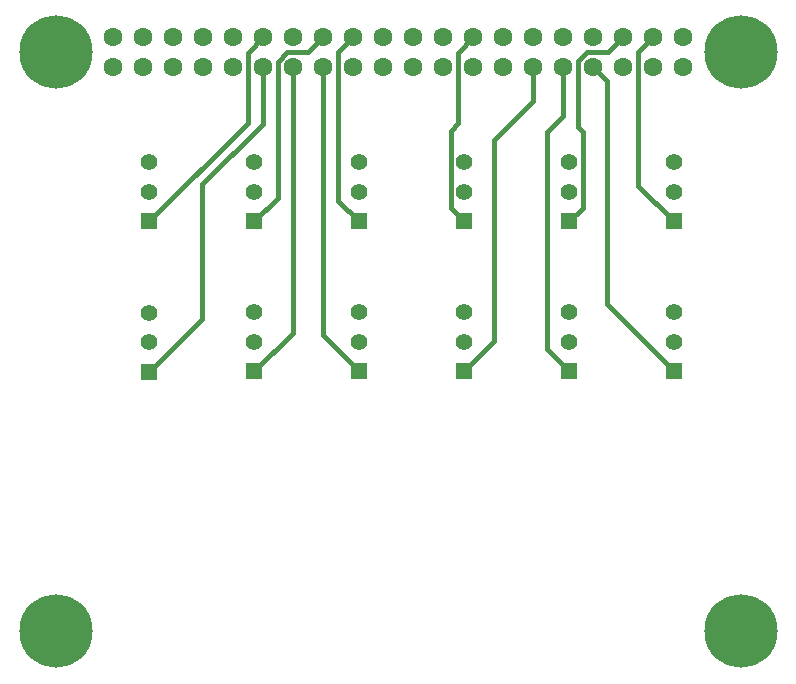
<source format=gtl>
G04*
G04 #@! TF.GenerationSoftware,Altium Limited,Altium Designer,25.1.2 (22)*
G04*
G04 Layer_Physical_Order=1*
G04 Layer_Color=255*
%FSLAX44Y44*%
%MOMM*%
G71*
G04*
G04 #@! TF.SameCoordinates,64B4FDAD-AF64-4148-92BB-00BBC35E7A55*
G04*
G04*
G04 #@! TF.FilePolarity,Positive*
G04*
G01*
G75*
%ADD13C,1.4000*%
%ADD14R,1.4000X1.4000*%
%ADD15C,1.6000*%
%ADD17C,0.4000*%
%ADD18C,6.2000*%
D13*
X558800Y431800D02*
D03*
Y406800D02*
D03*
X469900Y431800D02*
D03*
Y406800D02*
D03*
X381000Y304800D02*
D03*
Y279800D02*
D03*
X114300Y304400D02*
D03*
Y279400D02*
D03*
X203200Y304800D02*
D03*
Y279800D02*
D03*
X292100Y304800D02*
D03*
Y279800D02*
D03*
X558800Y304800D02*
D03*
Y279800D02*
D03*
X469900Y304800D02*
D03*
Y279800D02*
D03*
X114300Y431800D02*
D03*
Y406800D02*
D03*
X292100Y431800D02*
D03*
Y406800D02*
D03*
X381000Y431800D02*
D03*
Y406800D02*
D03*
X203200Y431800D02*
D03*
Y406800D02*
D03*
D14*
X558800Y381800D02*
D03*
X469900D02*
D03*
X381000Y254800D02*
D03*
X114300Y254400D02*
D03*
X203200Y254800D02*
D03*
X292100D02*
D03*
X558800D02*
D03*
X469900D02*
D03*
X114300Y381800D02*
D03*
X292100D02*
D03*
X381000D02*
D03*
X203200D02*
D03*
D15*
X83700Y537700D02*
D03*
X109100D02*
D03*
X134500D02*
D03*
X159900D02*
D03*
X185300D02*
D03*
X210700D02*
D03*
X236100D02*
D03*
X261500D02*
D03*
X286900D02*
D03*
X312300D02*
D03*
X337700D02*
D03*
X363100D02*
D03*
X388500D02*
D03*
X413900D02*
D03*
X439300D02*
D03*
X464700D02*
D03*
X490100D02*
D03*
X515500D02*
D03*
X540900D02*
D03*
X566300D02*
D03*
X83700Y512300D02*
D03*
X109100D02*
D03*
X134500D02*
D03*
X159900D02*
D03*
X185300D02*
D03*
X210700D02*
D03*
X236100D02*
D03*
X261500D02*
D03*
X286900D02*
D03*
X312300D02*
D03*
X337700D02*
D03*
X363100D02*
D03*
X388500D02*
D03*
X413900D02*
D03*
X439300D02*
D03*
X464700D02*
D03*
X490100D02*
D03*
X515500D02*
D03*
X540900D02*
D03*
X566300D02*
D03*
D17*
X369460Y393340D02*
X381000Y381800D01*
X369460Y393340D02*
Y458716D01*
X375640Y464896D01*
Y524840D01*
X388500Y537700D01*
X381000Y254800D02*
X406400Y280200D01*
X439300Y483750D02*
Y512300D01*
X406400Y450850D02*
X439300Y483750D01*
X406400Y280200D02*
Y450850D01*
X501650Y311950D02*
X558800Y254800D01*
X490100Y512300D02*
X501650Y500750D01*
Y311950D02*
Y500750D01*
X469900Y381800D02*
X481440Y393340D01*
Y457817D01*
X477560Y461697D02*
X481440Y457817D01*
X477560Y461697D02*
Y517494D01*
X485226Y525160D01*
X502960D01*
X515500Y537700D01*
X450850Y273850D02*
Y457200D01*
X464700Y471050D02*
Y512300D01*
X450850Y457200D02*
X464700Y471050D01*
X450850Y273850D02*
X469900Y254800D01*
X528360Y412240D02*
X558800Y381800D01*
X528360Y412240D02*
Y525160D01*
X540900Y537700D01*
X274360Y399540D02*
X292100Y381800D01*
X274360Y399540D02*
Y525160D01*
X286900Y537700D01*
X261500Y285400D02*
X292100Y254800D01*
X261500Y285400D02*
Y512300D01*
X203200Y254800D02*
X236100Y287700D01*
Y512300D01*
X223240Y401840D02*
Y517174D01*
X203200Y381800D02*
X223240Y401840D01*
Y517174D02*
X231226Y525160D01*
X248960D01*
X261500Y537700D01*
X210700Y464700D02*
Y512300D01*
X159340Y299440D02*
Y413340D01*
X210700Y464700D01*
X114300Y254400D02*
X159340Y299440D01*
X114300Y381800D02*
X197840Y465340D01*
Y524840D01*
X210700Y537700D01*
D18*
X615000Y525000D02*
D03*
X35000D02*
D03*
X615000Y35000D02*
D03*
X35000D02*
D03*
M02*

</source>
